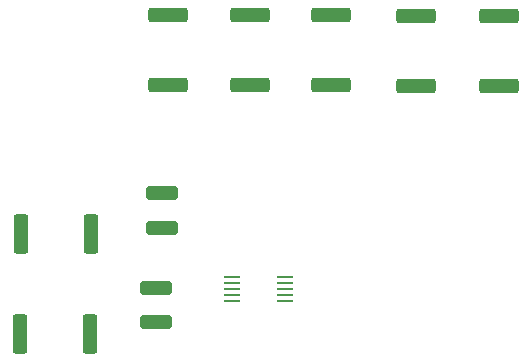
<source format=gtp>
G04 #@! TF.GenerationSoftware,KiCad,Pcbnew,8.0.6-8.0.6-0~ubuntu22.04.1*
G04 #@! TF.CreationDate,2024-11-13T10:01:41+01:00*
G04 #@! TF.ProjectId,INA228_hat,494e4132-3238-45f6-9861-742e6b696361,rev?*
G04 #@! TF.SameCoordinates,Original*
G04 #@! TF.FileFunction,Paste,Top*
G04 #@! TF.FilePolarity,Positive*
%FSLAX46Y46*%
G04 Gerber Fmt 4.6, Leading zero omitted, Abs format (unit mm)*
G04 Created by KiCad (PCBNEW 8.0.6-8.0.6-0~ubuntu22.04.1) date 2024-11-13 10:01:41*
%MOMM*%
%LPD*%
G01*
G04 APERTURE LIST*
G04 Aperture macros list*
%AMRoundRect*
0 Rectangle with rounded corners*
0 $1 Rounding radius*
0 $2 $3 $4 $5 $6 $7 $8 $9 X,Y pos of 4 corners*
0 Add a 4 corners polygon primitive as box body*
4,1,4,$2,$3,$4,$5,$6,$7,$8,$9,$2,$3,0*
0 Add four circle primitives for the rounded corners*
1,1,$1+$1,$2,$3*
1,1,$1+$1,$4,$5*
1,1,$1+$1,$6,$7*
1,1,$1+$1,$8,$9*
0 Add four rect primitives between the rounded corners*
20,1,$1+$1,$2,$3,$4,$5,0*
20,1,$1+$1,$4,$5,$6,$7,0*
20,1,$1+$1,$6,$7,$8,$9,0*
20,1,$1+$1,$8,$9,$2,$3,0*%
G04 Aperture macros list end*
%ADD10RoundRect,0.250000X-1.425000X0.362500X-1.425000X-0.362500X1.425000X-0.362500X1.425000X0.362500X0*%
%ADD11RoundRect,0.250000X-1.100000X0.325000X-1.100000X-0.325000X1.100000X-0.325000X1.100000X0.325000X0*%
%ADD12RoundRect,0.250000X1.425000X-0.362500X1.425000X0.362500X-1.425000X0.362500X-1.425000X-0.362500X0*%
%ADD13R,1.333500X0.279400*%
%ADD14RoundRect,0.250000X-0.362500X-1.425000X0.362500X-1.425000X0.362500X1.425000X-0.362500X1.425000X0*%
G04 APERTURE END LIST*
D10*
X141300000Y-53012500D03*
X141300000Y-58937500D03*
D11*
X126500000Y-76050000D03*
X126500000Y-79000000D03*
D12*
X148500000Y-58950000D03*
X148500000Y-53025000D03*
D13*
X137416149Y-77183851D03*
X137416149Y-76683849D03*
X137416149Y-76183850D03*
X137416149Y-75683851D03*
X137416149Y-75183849D03*
X132983849Y-75183849D03*
X132983849Y-75683851D03*
X132983849Y-76183850D03*
X132983849Y-76683849D03*
X132983849Y-77183851D03*
D10*
X127500000Y-53000000D03*
X127500000Y-58925000D03*
X134450000Y-53012500D03*
X134450000Y-58937500D03*
D14*
X115100000Y-71500000D03*
X121025000Y-71500000D03*
D12*
X155525000Y-58950000D03*
X155525000Y-53025000D03*
D14*
X115000000Y-79950000D03*
X120925000Y-79950000D03*
D11*
X127000000Y-68050000D03*
X127000000Y-71000000D03*
M02*

</source>
